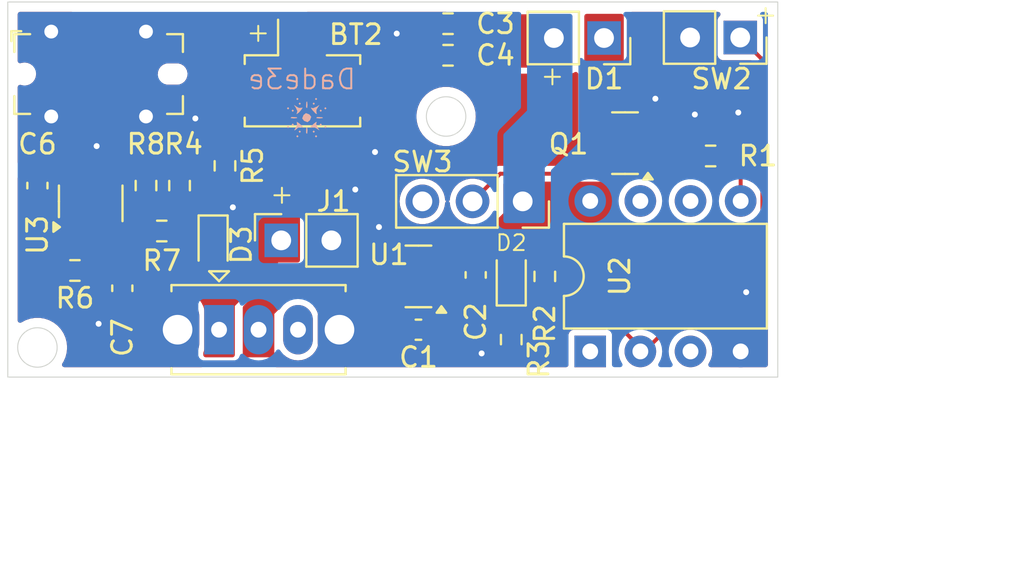
<source format=kicad_pcb>
(kicad_pcb (version 20221018) (generator pcbnew)
  (layers (0 "F.Cu" signal) (31 "B.Cu" signal) (34 "B.Paste" user) (35 "F.Paste" user) (36 "B.SilkS" user "B.Silkscreen") (37 "F.SilkS" user "F.Silkscreen") (38 "B.Mask" user) (39 "F.Mask" user) (44 "Edge.Cuts" user))
  (net 0 "")
  (net 1 "Net-(BT2-+)")
  (net 2 "GND")
  (net 3 "Net-(U1-VI)")
  (net 4 "VCC")
  (net 5 "Net-(U3-VIN)")
  (net 6 "Net-(D1-K)")
  (net 7 "Net-(D3-K)")
  (net 8 "Net-(Q1-B)")
  (net 9 "laser")
  (net 10 "trigger")
  (net 11 "Net-(U3-TS)")
  (net 12 "Net-(U3-CHG)")
  (net 13 "Net-(U3-ISET)")
  (net 18 "Net-(J3-CC1)")
  (net 19 "Net-(J3-CC2)")
  (net 20 "Net-(D2-K)")
  (footprint "Connector_Hirose:Hirose_DF13C_CL535-0402-2-51_1x02-1MP_P1.25mm_Vertical" (layer "F.Cu") (at 84.925 53.25)
    (fp_text reference "BT2" (at 2.7 -1.6) (layer "F.SilkS"))
    (fp_text value "Battery_Cell" hide)
    (fp_line (start -2.925 -0.55) (end -2.925 -0.11) (stroke (width 0.12)) (layer "F.SilkS"))
    (fp_line (start -2.925 2.61) (end -2.925 3.05) (stroke (width 0.12)) (layer "F.SilkS"))
    (fp_line (start -2.925 3.05) (end 2.925 3.05) (stroke (width 0.12)) (layer "F.SilkS"))
    (fp_line (start -1.235 -0.55) (end -2.925 -0.55) (stroke (width 0.12)) (layer "F.SilkS"))
    (fp_line (start -1.235 -0.55) (end -1.235 -2.35) (stroke (width 0.12)) (layer "F.SilkS"))
    (fp_line (start 1.235 -0.55) (end 2.925 -0.55) (stroke (width 0.12)) (layer "F.SilkS"))
    (fp_line (start 2.925 -0.55) (end 2.925 -0.11) (stroke (width 0.12)) (layer "F.SilkS"))
    (fp_line (start 2.925 3.05) (end 2.925 2.61) (stroke (width 0.12)) (layer "F.SilkS"))
    (pad "1" smd rect (at -0.625 -1.45) (size 0.7 1.8) (layers "F.Cu" "F.Paste" "F.Mask") (net 1 "Net-(BT2-+)"))
    (pad "2" smd rect (at 0.625 -1.45) (size 0.7 1.8) (layers "F.Cu" "F.Paste" "F.Mask") (net 2 "GND"))
    (pad "MP" smd rect (at -2.875 1.25) (size 1.6 2.2) (layers "F.Cu" "F.Paste" "F.Mask"))
    (pad "MP" smd rect (at 2.875 1.25) (size 1.6 2.2) (layers "F.Cu" "F.Paste" "F.Mask"))
  )
  (footprint "LED_SMD:LED_0603_1608Metric" (layer "F.Cu") (at 95.5 63.8875 90)
    (fp_text reference "D2" (at 1.6875 0) (layer "F.SilkS") (effects (font (size 0.8 0.8) (thickness 0.1))))
    (fp_text value "LED" hide)
    (fp_line (start -1.485 -0.735) (end -1.485 0.735) (stroke (width 0.12)) (layer "F.SilkS"))
    (fp_line (start -1.485 0.735) (end 0.8 0.735) (stroke (width 0.12)) (layer "F.SilkS"))
    (fp_line (start 0.8 -0.735) (end -1.485 -0.735) (stroke (width 0.12)) (layer "F.SilkS"))
    (pad "1" smd roundrect (at -0.7875 0 90) (size 0.875 0.95) (layers "F.Cu" "F.Paste" "F.Mask") (net 20 "Net-(D2-K)"))
    (pad "2" smd roundrect (at 0.7875 0 90) (size 0.875 0.95) (layers "F.Cu" "F.Paste" "F.Mask") (net 4 "VCC"))
  )
  (footprint "Connector_PinSocket_2.54mm:PinSocket_1x03_P2.54mm_Vertical" (layer "F.Cu") (at 96.08 60.1 -90)
    (fp_text reference "SW3" (at -2 5.08) (layer "F.SilkS"))
    (fp_text value "SW_DIP_x01" hide)
    (fp_line (start -1.33 1.27) (end -1.33 6.41) (stroke (width 0.12)) (layer "F.SilkS"))
    (fp_line (start -1.33 1.27) (end 1.33 1.27) (stroke (width 0.12)) (layer "F.SilkS"))
    (fp_line (start -1.33 6.41) (end 1.33 6.41) (stroke (width 0.12)) (layer "F.SilkS"))
    (fp_line (start 0 -1.33) (end 1.33 -1.33) (stroke (width 0.12)) (layer "F.SilkS"))
    (fp_line (start 1.33 -1.33) (end 1.33 0) (stroke (width 0.12)) (layer "F.SilkS"))
    (fp_line (start 1.33 1.27) (end 1.33 6.41) (stroke (width 0.12)) (layer "F.SilkS"))
    (pad "1" thru_hole rect (at 0 0 270) (size 1.7 1.7) (drill 1) (layers "*.Cu" "*.Mask") (net 4 "VCC"))
    (pad "2" thru_hole oval (at 0 2.54 270) (size 1.7 1.7) (drill 1) (layers "*.Cu" "*.Mask") (net 9 "laser"))
    (pad "3" thru_hole oval (at 0 5.08 270) (size 1.7 1.7) (drill 1) (layers "*.Cu" "*.Mask"))
  )
  (footprint "Resistor_SMD:R_0603_1608Metric" (layer "F.Cu") (at 92.3 51.1 180)
    (fp_text reference "C3" (at -2.4 0) (layer "F.SilkS"))
    (fp_text value "10uF" hide)
    (fp_line (start -0.237258 -0.5225) (end 0.237258 -0.5225) (stroke (width 0.12)) (layer "F.SilkS"))
    (fp_line (start -0.237258 0.5225) (end 0.237258 0.5225) (stroke (width 0.12)) (layer "F.SilkS"))
    (pad "1" smd roundrect (at -0.825 0 180) (size 0.8 0.95) (layers "F.Cu" "F.Paste" "F.Mask") (net 4 "VCC"))
    (pad "2" smd roundrect (at 0.825 0 180) (size 0.8 0.95) (layers "F.Cu" "F.Paste" "F.Mask") (net 2 "GND"))
  )
  (footprint "Package_TO_SOT_SMD:SOT-23-6_Handsoldering" (layer "F.Cu") (at 74.2 60.2 90)
    (fp_text reference "U3" (at -1.6 -2.7 90) (layer "F.SilkS"))
    (fp_text value "BQ21040" hide)
    (fp_line (start -0.9 1.61) (end 0.9 1.61) (stroke (width 0.12)) (layer "F.SilkS"))
    (fp_line (start 0.1 -1.61) (end -0.7 -1.61) (stroke (width 0.12)) (layer "F.SilkS"))
    (fp_line (start 0.1 -1.61) (end 0.9 -1.61) (stroke (width 0.12)) (layer "F.SilkS"))
    (fp_poly (pts (xy -1.2 -1.56) (xy -1.44 -1.89) (xy -0.96 -1.89) (xy -1.2 -1.56)) (stroke (width 0.12)) (fill solid) (layer "F.SilkS"))
    (pad "1" smd roundrect (at -1.35 -0.95 90) (size 1.56 0.65) (layers "F.Cu" "F.Paste" "F.Mask") (net 11 "Net-(U3-TS)"))
    (pad "2" smd roundrect (at -1.35 0 90) (size 1.56 0.65) (layers "F.Cu" "F.Paste" "F.Mask") (net 1 "Net-(BT2-+)"))
    (pad "3" smd roundrect (at -1.35 0.95 90) (size 1.56 0.65) (layers "F.Cu" "F.Paste" "F.Mask") (net 12 "Net-(U3-CHG)"))
    (pad "4" smd roundrect (at 1.35 0.95 90) (size 1.56 0.65) (layers "F.Cu" "F.Paste" "F.Mask") (net 13 "Net-(U3-ISET)"))
    (pad "5" smd roundrect (at 1.35 0 90) (size 1.56 0.65) (layers "F.Cu" "F.Paste" "F.Mask") (net 2 "GND"))
    (pad "6" smd roundrect (at 1.35 -0.95 90) (size 1.56 0.65) (layers "F.Cu" "F.Paste" "F.Mask") (net 5 "Net-(U3-VIN)"))
  )
  (footprint "Capacitor_SMD:C_0603_1608Metric" (layer "F.Cu") (at 75.8 64.5 -90)
    (fp_text reference "C7" (at 2.5 0 90) (layer "F.SilkS"))
    (fp_text value "1uF" hide)
    (fp_line (start -0.14058 -0.51) (end 0.14058 -0.51) (stroke (width 0.12)) (layer "F.SilkS"))
    (fp_line (start -0.14058 0.51) (end 0.14058 0.51) (stroke (width 0.12)) (layer "F.SilkS"))
    (pad "1" smd roundrect (at -0.775 0 270) (size 0.9 0.95) (layers "F.Cu" "F.Paste" "F.Mask") (net 1 "Net-(BT2-+)"))
    (pad "2" smd roundrect (at 0.775 0 270) (size 0.9 0.95) (layers "F.Cu" "F.Paste" "F.Mask") (net 2 "GND"))
  )
  (footprint "Capacitor_SMD:C_0603_1608Metric" (layer "F.Cu") (at 93.7 63.825 -90)
    (fp_text reference "C2" (at 2.375 0 90) (layer "F.SilkS"))
    (fp_text value "1uF" hide)
    (fp_line (start -0.14058 -0.51) (end 0.14058 -0.51) (stroke (width 0.12)) (layer "F.SilkS"))
    (fp_line (start -0.14058 0.51) (end 0.14058 0.51) (stroke (width 0.12)) (layer "F.SilkS"))
    (pad "1" smd roundrect (at -0.775 0 270) (size 0.9 0.95) (layers "F.Cu" "F.Paste" "F.Mask") (net 4 "VCC"))
    (pad "2" smd roundrect (at 0.775 0 270) (size 0.9 0.95) (layers "F.Cu" "F.Paste" "F.Mask") (net 2 "GND"))
  )
  (footprint "Resistor_SMD:R_0603_1608Metric" (layer "F.Cu") (at 92.3 52.7 180)
    (fp_text reference "C4" (at -2.4 0) (layer "F.SilkS"))
    (fp_text value "0.1uF" hide)
    (fp_line (start -0.237258 -0.5225) (end 0.237258 -0.5225) (stroke (width 0.12)) (layer "F.SilkS"))
    (fp_line (start -0.237258 0.5225) (end 0.237258 0.5225) (stroke (width 0.12)) (layer "F.SilkS"))
    (pad "1" smd roundrect (at -0.825 0 180) (size 0.8 0.95) (layers "F.Cu" "F.Paste" "F.Mask") (net 4 "VCC"))
    (pad "2" smd roundrect (at 0.825 0 180) (size 0.8 0.95) (layers "F.Cu" "F.Paste" "F.Mask") (net 2 "GND"))
  )
  (footprint "Button_Switch_THT:SW_Slide_SPDT_Straight_CK_OS102011MS2Q" (layer "F.Cu") (at 80.7 66.6)
    (fp_text reference "SW1" hide)
    (fp_text value "SW_DIP_x01" hide)
    (fp_line (start -2.41 -2.26) (end 6.41 -2.26) (stroke (width 0.12)) (layer "F.SilkS"))
    (fp_line (start -2.41 -1.95) (end -2.41 -2.26) (stroke (width 0.12)) (layer "F.SilkS"))
    (fp_line (start -2.41 2.26) (end -2.41 1.95) (stroke (width 0.12)) (layer "F.SilkS"))
    (fp_line (start -0.5 -2.96) (end 0 -2.46) (stroke (width 0.12)) (layer "F.SilkS"))
    (fp_line (start 0 -2.46) (end 0.5 -2.96) (stroke (width 0.12)) (layer "F.SilkS"))
    (fp_line (start 0.5 -2.96) (end -0.5 -2.96) (stroke (width 0.12)) (layer "F.SilkS"))
    (fp_line (start 6.41 -2.26) (end 6.41 -1.95) (stroke (width 0.12)) (layer "F.SilkS"))
    (fp_line (start 6.41 2.26) (end -2.41 2.26) (stroke (width 0.12)) (layer "F.SilkS"))
    (fp_line (start 6.41 2.26) (end 6.41 1.95) (stroke (width 0.12)) (layer "F.SilkS"))
    (pad "" thru_hole oval (at -2.1 0) (size 2.2 3.5) (drill 1.5) (layers "*.Cu" "*.Mask") (net 2 "GND"))
    (pad "" thru_hole oval (at 6.1 0) (size 2.2 3.5) (drill 1.5) (layers "*.Cu" "*.Mask") (net 2 "GND"))
    (pad "1" thru_hole rect (at 0 0) (size 1.5 2.5) (drill 0.8) (layers "*.Cu" "*.Mask") (net 1 "Net-(BT2-+)"))
    (pad "2" thru_hole oval (at 2 0) (size 1.5 2.5) (drill 0.8) (layers "*.Cu" "*.Mask") (net 3 "Net-(U1-VI)"))
    (pad "3" thru_hole oval (at 4 0) (size 1.5 2.5) (drill 0.8) (layers "*.Cu" "*.Mask"))
  )
  (footprint "LED_SMD:LED_0603_1608Metric" (layer "F.Cu") (at 80.4 62.3 -90)
    (fp_text reference "D3" (at 0 -1.43 90) (layer "F.SilkS"))
    (fp_text value "LED" hide)
    (fp_line (start -1.485 -0.735) (end -1.485 0.735) (stroke (width 0.12)) (layer "F.SilkS"))
    (fp_line (start -1.485 0.735) (end 0.8 0.735) (stroke (width 0.12)) (layer "F.SilkS"))
    (fp_line (start 0.8 -0.735) (end -1.485 -0.735) (stroke (width 0.12)) (layer "F.SilkS"))
    (pad "1" smd roundrect (at -0.7875 0 270) (size 0.875 0.95) (layers "F.Cu" "F.Paste" "F.Mask") (net 7 "Net-(D3-K)"))
    (pad "2" smd roundrect (at 0.7875 0 270) (size 0.875 0.95) (layers "F.Cu" "F.Paste" "F.Mask") (net 1 "Net-(BT2-+)"))
  )
  (footprint "Resistor_SMD:R_0603_1608Metric" (layer "F.Cu") (at 73.4 63.6)
    (fp_text reference "R6" (at 0 1.4) (layer "F.SilkS"))
    (fp_text value "10k" hide)
    (fp_line (start -0.237258 -0.5225) (end 0.237258 -0.5225) (stroke (width 0.12)) (layer "F.SilkS"))
    (fp_line (start -0.237258 0.5225) (end 0.237258 0.5225) (stroke (width 0.12)) (layer "F.SilkS"))
    (pad "1" smd roundrect (at -0.825 0) (size 0.8 0.95) (layers "F.Cu" "F.Paste" "F.Mask") (net 11 "Net-(U3-TS)"))
    (pad "2" smd roundrect (at 0.825 0) (size 0.8 0.95) (layers "F.Cu" "F.Paste" "F.Mask") (net 1 "Net-(BT2-+)"))
  )
  (footprint "Connector_PinSocket_2.54mm:PinSocket_1x02_P2.54mm_Vertical" (layer "F.Cu") (at 107.1 51.8 -90)
    (fp_text reference "SW2" (at 2.1 0.95) (layer "F.SilkS"))
    (fp_text value "SW_DIP_x01" hide)
    (fp_line (start -1.33 1.27) (end -1.33 3.87) (stroke (width 0.12)) (layer "F.SilkS"))
    (fp_line (start -1.33 1.27) (end 1.33 1.27) (stroke (width 0.12)) (layer "F.SilkS"))
    (fp_line (start -1.33 3.87) (end 1.33 3.87) (stroke (width 0.12)) (layer "F.SilkS"))
    (fp_line (start 0 -1.33) (end 1.33 -1.33) (stroke (width 0.12)) (layer "F.SilkS"))
    (fp_line (start 1.33 -1.33) (end 1.33 0) (stroke (width 0.12)) (layer "F.SilkS"))
    (fp_line (start 1.33 1.27) (end 1.33 3.87) (stroke (width 0.12)) (layer "F.SilkS"))
    (pad "1" thru_hole rect (at 0 0 270) (size 1.7 1.7) (drill 1) (layers "*.Cu" "*.Mask") (net 10 "trigger"))
    (pad "2" thru_hole oval (at 0 2.54 270) (size 1.7 1.7) (drill 1) (layers "*.Cu" "*.Mask") (net 2 "GND"))
  )
  (footprint "Package_TO_SOT_SMD:SOT-23" (layer "F.Cu") (at 90.8 63.9 180)
    (fp_text reference "U1" (at 1.5 1.1) (layer "F.SilkS"))
    (fp_text value "MCP1700x-300xxTT" hide)
    (fp_line (start 0 -1.56) (end -0.65 -1.56) (stroke (width 0.12)) (layer "F.SilkS"))
    (fp_line (start 0 -1.56) (end 0.65 -1.56) (stroke (width 0.12)) (layer "F.SilkS"))
    (fp_line (start 0 1.56) (end -0.65 1.56) (stroke (width 0.12)) (layer "F.SilkS"))
    (fp_line (start 0 1.56) (end 0.65 1.56) (stroke (width 0.12)) (layer "F.SilkS"))
    (fp_poly (pts (xy -1.1625 -1.51) (xy -1.4025 -1.84) (xy -0.9225 -1.84) (xy -1.1625 -1.51)) (stroke (width 0.12)) (fill solid) (layer "F.SilkS"))
    (pad "1" smd roundrect (at -0.9375 -0.95 180) (size 1.475 0.6) (layers "F.Cu" "F.Paste" "F.Mask") (net 2 "GND"))
    (pad "2" smd roundrect (at -0.9375 0.95 180) (size 1.475 0.6) (layers "F.Cu" "F.Paste" "F.Mask") (net 4 "VCC"))
    (pad "3" smd roundrect (at 0.9375 0 180) (size 1.475 0.6) (layers "F.Cu" "F.Paste" "F.Mask") (net 3 "Net-(U1-VI)"))
  )
  (footprint "Resistor_SMD:R_0603_1608Metric" (layer "F.Cu") (at 77 59.3 90)
    (fp_text reference "R8" (at 2.1 0) (layer "F.SilkS"))
    (fp_text value "1k" hide)
    (fp_line (start -0.237258 -0.5225) (end 0.237258 -0.5225) (stroke (width 0.12)) (layer "F.SilkS"))
    (fp_line (start -0.237258 0.5225) (end 0.237258 0.5225) (stroke (width 0.12)) (layer "F.SilkS"))
    (pad "1" smd roundrect (at -0.825 0 90) (size 0.8 0.95) (layers "F.Cu" "F.Paste" "F.Mask") (net 2 "GND"))
    (pad "2" smd roundrect (at 0.825 0 90) (size 0.8 0.95) (layers "F.Cu" "F.Paste" "F.Mask") (net 13 "Net-(U3-ISET)"))
  )
  (footprint "Resistor_SMD:R_0603_1608Metric" (layer "F.Cu") (at 78.7 59.3 -90)
    (fp_text reference "R4" (at -2.1 -0.2) (layer "F.SilkS"))
    (fp_text value "5K1" hide)
    (fp_line (start -0.237258 -0.5225) (end 0.237258 -0.5225) (stroke (width 0.12)) (layer "F.SilkS"))
    (fp_line (start -0.237258 0.5225) (end 0.237258 0.5225) (stroke (width 0.12)) (layer "F.SilkS"))
    (pad "1" smd roundrect (at -0.825 0 270) (size 0.8 0.95) (layers "F.Cu" "F.Paste" "F.Mask") (net 19 "Net-(J3-CC2)"))
    (pad "2" smd roundrect (at 0.825 0 270) (size 0.8 0.95) (layers "F.Cu" "F.Paste" "F.Mask") (net 2 "GND"))
  )
  (footprint "Package_TO_SOT_SMD:SOT-23" (layer "F.Cu") (at 101.2625 57.15 180)
    (fp_text reference "Q1" (at 2.8625 -0.05) (layer "F.SilkS"))
    (fp_text value "MMBT3904" hide)
    (fp_line (start 0 -1.56) (end -0.65 -1.56) (stroke (width 0.12)) (layer "F.SilkS"))
    (fp_line (start 0 -1.56) (end 0.65 -1.56) (stroke (width 0.12)) (layer "F.SilkS"))
    (fp_line (start 0 1.56) (end -0.65 1.56) (stroke (width 0.12)) (layer "F.SilkS"))
    (fp_line (start 0 1.56) (end 0.65 1.56) (stroke (width 0.12)) (layer "F.SilkS"))
    (fp_poly (pts (xy -1.1625 -1.51) (xy -1.4025 -1.84) (xy -0.9225 -1.84) (xy -1.1625 -1.51)) (stroke (width 0.12)) (fill solid) (layer "F.SilkS"))
    (pad "1" smd roundrect (at -0.9375 -0.95 180) (size 1.475 0.6) (layers "F.Cu" "F.Paste" "F.Mask") (net 8 "Net-(Q1-B)"))
    (pad "2" smd roundrect (at -0.9375 0.95 180) (size 1.475 0.6) (layers "F.Cu" "F.Paste" "F.Mask") (net 2 "GND"))
    (pad "3" smd roundrect (at 0.9375 0 180) (size 1.475 0.6) (layers "F.Cu" "F.Paste" "F.Mask") (net 6 "Net-(D1-K)"))
  )
  (footprint "Resistor_SMD:R_0603_1608Metric" (layer "F.Cu") (at 105.6 57.8 180)
    (fp_text reference "R1" (at -2.4 0) (layer "F.SilkS"))
    (fp_text value "330R" hide)
    (fp_line (start -0.237258 -0.5225) (end 0.237258 -0.5225) (stroke (width 0.12)) (layer "F.SilkS"))
    (fp_line (start -0.237258 0.5225) (end 0.237258 0.5225) (stroke (width 0.12)) (layer "F.SilkS"))
    (pad "1" smd roundrect (at -0.825 0 180) (size 0.8 0.95) (layers "F.Cu" "F.Paste" "F.Mask") (net 9 "laser"))
    (pad "2" smd roundrect (at 0.825 0 180) (size 0.8 0.95) (layers "F.Cu" "F.Paste" "F.Mask") (net 8 "Net-(Q1-B)"))
  )
  (footprint "Resistor_SMD:R_0603_1608Metric" (layer "F.Cu") (at 81 58.3 -90)
    (fp_text reference "R5" (at 0 -1.4 90) (layer "F.SilkS"))
    (fp_text value "5K1" hide)
    (fp_line (start -0.237258 -0.5225) (end 0.237258 -0.5225) (stroke (width 0.12)) (layer "F.SilkS"))
    (fp_line (start -0.237258 0.5225) (end 0.237258 0.5225) (stroke (width 0.12)) (layer "F.SilkS"))
    (pad "1" smd roundrect (at -0.825 0 270) (size 0.8 0.95) (layers "F.Cu" "F.Paste" "F.Mask") (net 18 "Net-(J3-CC1)"))
    (pad "2" smd roundrect (at 0.825 0 270) (size 0.8 0.95) (layers "F.Cu" "F.Paste" "F.Mask") (net 2 "GND"))
  )
  (footprint "Resistor_SMD:R_0603_1608Metric" (layer "F.Cu") (at 97.2 63.9 -90)
    (fp_text reference "R2" (at 2.4 0 90) (layer "F.SilkS"))
    (fp_text value "10K" hide)
    (fp_line (start -0.237258 -0.5225) (end 0.237258 -0.5225) (stroke (width 0.12)) (layer "F.SilkS"))
    (fp_line (start -0.237258 0.5225) (end 0.237258 0.5225) (stroke (width 0.12)) (layer "F.SilkS"))
    (pad "1" smd roundrect (at -0.825 0 270) (size 0.8 0.95) (layers "F.Cu" "F.Paste" "F.Mask") (net 4 "VCC"))
    (pad "2" smd roundrect (at 0.825 0 270) (size 0.8 0.95) (layers "F.Cu" "F.Paste" "F.Mask") (net 10 "trigger"))
  )
  (footprint "Resistor_SMD:R_0603_1608Metric" (layer "F.Cu") (at 77.8 61.6)
    (fp_text reference "R7" (at 0 1.5) (layer "F.SilkS"))
    (fp_text value "1k5" hide)
    (fp_line (start -0.237258 -0.5225) (end 0.237258 -0.5225) (stroke (width 0.12)) (layer "F.SilkS"))
    (fp_line (start -0.237258 0.5225) (end 0.237258 0.5225) (stroke (width 0.12)) (layer "F.SilkS"))
    (pad "1" smd roundrect (at -0.825 0) (size 0.8 0.95) (layers "F.Cu" "F.Paste" "F.Mask") (net 12 "Net-(U3-CHG)"))
    (pad "2" smd roundrect (at 0.825 0) (size 0.8 0.95) (layers "F.Cu" "F.Paste" "F.Mask") (net 7 "Net-(D3-K)"))
  )
  (footprint "Capacitor_SMD:C_0603_1608Metric" (layer "F.Cu") (at 90.8 66.6)
    (fp_text reference "C1" (at 0 1.4) (layer "F.SilkS"))
    (fp_text value "1uF" hide)
    (fp_line (start -0.14058 -0.51) (end 0.14058 -0.51) (stroke (width 0.12)) (layer "F.SilkS"))
    (fp_line (start -0.14058 0.51) (end 0.14058 0.51) (stroke (width 0.12)) (layer "F.SilkS"))
    (pad "1" smd roundrect (at -0.775 0) (size 0.9 0.95) (layers "F.Cu" "F.Paste" "F.Mask") (net 3 "Net-(U1-VI)"))
    (pad "2" smd roundrect (at 0.775 0) (size 0.9 0.95) (layers "F.Cu" "F.Paste" "F.Mask") (net 2 "GND"))
  )
  (footprint "Connector_PinSocket_2.54mm:PinSocket_1x02_P2.54mm_Vertical" (layer "F.Cu") (at 100.2 51.825 -90)
    (fp_text reference "D1" (at 2.075 0) (layer "F.SilkS"))
    (fp_text value "LED" hide)
    (fp_line (start -1.33 1.27) (end -1.33 3.87) (stroke (width 0.12)) (layer "F.SilkS"))
    (fp_line (start -1.33 1.27) (end 1.33 1.27) (stroke (width 0.12)) (layer "F.SilkS"))
    (fp_line (start -1.33 3.87) (end 1.33 3.87) (stroke (width 0.12)) (layer "F.SilkS"))
    (fp_line (start 0 -1.33) (end 1.33 -1.33) (stroke (width 0.12)) (layer "F.SilkS"))
    (fp_line (start 1.33 -1.33) (end 1.33 0) (stroke (width 0.12)) (layer "F.SilkS"))
    (fp_line (start 1.33 1.27) (end 1.33 3.87) (stroke (width 0.12)) (layer "F.SilkS"))
    (pad "1" thru_hole rect (at 0 0 270) (size 1.7 1.7) (drill 1) (layers "*.Cu" "*.Mask") (net 6 "Net-(D1-K)"))
    (pad "2" thru_hole oval (at 0 2.54 270) (size 1.7 1.7) (drill 1) (layers "*.Cu" "*.Mask") (net 4 "VCC"))
  )
  (footprint "Package_DIP:DIP-8_W7.62mm" (layer "F.Cu") (at 99.5 67.7 90)
    (fp_text reference "U2" (at 3.81 1.5 90) (layer "F.SilkS"))
    (fp_text value "ATtiny85V-10P" hide)
    (fp_line (start 1.16 -1.33) (end 1.16 8.95) (stroke (width 0.12)) (layer "F.SilkS"))
    (fp_line (start 1.16 8.95) (end 6.46 8.95) (stroke (width 0.12)) (layer "F.SilkS"))
    (fp_line (start 2.81 -1.33) (end 1.16 -1.33) (stroke (width 0.12)) (layer "F.SilkS"))
    (fp_line (start 6.46 -1.33) (end 4.81 -1.33) (stroke (width 0.12)) (layer "F.SilkS"))
    (fp_line (start 6.46 8.95) (end 6.46 -1.33) (stroke (width 0.12)) (layer "F.SilkS"))
    (fp_arc (start 4.81 -1.33) (mid 3.81 -0.33) (end 2.81 -1.33) (stroke (width 0.12)) (layer "F.SilkS"))
    (pad "1" thru_hole rect (at 0 0 90) (size 1.6 1.6) (drill 0.8) (layers "*.Cu" "*.Mask"))
    (pad "2" thru_hole oval (at 0 2.54 90) (size 1.6 1.6) (drill 0.8) (layers "*.Cu" "*.Mask") (net 10 "trigger"))
    (pad "3" thru_hole oval (at 0 5.08 90) (size 1.6 1.6) (drill 0.8) (layers "*.Cu" "*.Mask"))
    (pad "4" thru_hole oval (at 0 7.62 90) (size 1.6 1.6) (drill 0.8) (layers "*.Cu" "*.Mask") (net 2 "GND"))
    (pad "5" thru_hole oval (at 7.62 7.62 90) (size 1.6 1.6) (drill 0.8) (layers "*.Cu" "*.Mask") (net 9 "laser"))
    (pad "6" thru_hole oval (at 7.62 5.08 90) (size 1.6 1.6) (drill 0.8) (layers "*.Cu" "*.Mask"))
    (pad "7" thru_hole oval (at 7.62 2.54 90) (size 1.6 1.6) (drill 0.8) (layers "*.Cu" "*.Mask"))
    (pad "8" thru_hole oval (at 7.62 0 90) (size 1.6 1.6) (drill 0.8) (layers "*.Cu" "*.Mask") (net 4 "VCC"))
  )
  (footprint "Connector_PinSocket_2.54mm:PinSocket_1x02_P2.54mm_Vertical" (layer "F.Cu") (at 83.85 62.075 90)
    (fp_text reference "J1" (at 1.975 2.65) (layer "F.SilkS"))
    (fp_text value "Screw_Terminal_01x02" hide)
    (fp_line (start -1.33 1.27) (end -1.33 3.87) (stroke (width 0.12)) (layer "F.SilkS"))
    (fp_line (start -1.33 1.27) (end 1.33 1.27) (stroke (width 0.12)) (layer "F.SilkS"))
    (fp_line (start -1.33 3.87) (end 1.33 3.87) (stroke (width 0.12)) (layer "F.SilkS"))
    (fp_line (start 0 -1.33) (end 1.33 -1.33) (stroke (width 0.12)) (layer "F.SilkS"))
    (fp_line (start 1.33 -1.33) (end 1.33 0) (stroke (width 0.12)) (layer "F.SilkS"))
    (fp_line (start 1.33 1.27) (end 1.33 3.87) (stroke (width 0.12)) (layer "F.SilkS"))
    (pad "1" thru_hole rect (at 0 0 90) (size 1.7 1.7) (drill 1) (layers "*.Cu" "*.Mask") (net 1 "Net-(BT2-+)"))
    (pad "2" thru_hole oval (at 0 2.54 90) (size 1.7 1.7) (drill 1) (layers "*.Cu" "*.Mask") (net 2 "GND"))
  )
  (footprint "Capacitor_SMD:C_0603_1608Metric" (layer "F.Cu") (at 71.5 59.3 -90)
    (fp_text reference "C6" (at -2.1 0) (layer "F.SilkS"))
    (fp_text value "1uF" hide)
    (fp_line (start -0.14058 -0.51) (end 0.14058 -0.51) (stroke (width 0.12)) (layer "F.SilkS"))
    (fp_line (start -0.14058 0.51) (end 0.14058 0.51) (stroke (width 0.12)) (layer "F.SilkS"))
    (pad "1" smd roundrect (at -0.775 0 270) (size 0.9 0.95) (layers "F.Cu" "F.Paste" "F.Mask") (net 5 "Net-(U3-VIN)"))
    (pad "2" smd roundrect (at 0.775 0 270) (size 0.9 0.95) (layers "F.Cu" "F.Paste" "F.Mask") (net 2 "GND"))
  )
  (footprint "Connector_USB:USB_C_Receptacle_GCT_USB4115-03-C" (layer "F.Cu") (at 74.6 53.65)
    (fp_text reference "J3" hide)
    (fp_text value "USB_C_Receptacle_PowerOnly_6P" hide)
    (fp_line (start -4.42 -2.17) (end -4.42 -1.67) (stroke (width 0.12)) (layer "F.SilkS"))
    (fp_line (start -4.42 -2.17) (end -3.92 -2.17) (stroke (width 0.12)) (layer "F.SilkS"))
    (fp_line (start -4.27 -2.02) (end -4.27 -1.12) (stroke (width 0.12)) (layer "F.SilkS"))
    (fp_line (start -4.27 -2.02) (end -3.47 -2.02) (stroke (width 0.12)) (layer "F.SilkS"))
    (fp_line (start -4.27 2.02) (end -4.27 1.12) (stroke (width 0.12)) (layer "F.SilkS"))
    (fp_line (start -4.27 2.02) (end -3.47 2.02) (stroke (width 0.12)) (layer "F.SilkS"))
    (fp_line (start 4.27 -2.02) (end 3.47 -2.02) (stroke (width 0.12)) (layer "F.SilkS"))
    (fp_line (start 4.27 -2.02) (end 4.27 -1.12) (stroke (width 0.12)) (layer "F.SilkS"))
    (fp_line (start 4.27 2.02) (end 3.47 2.02) (stroke (width 0.12)) (layer "F.SilkS"))
    (fp_line (start 4.27 2.02) (end 4.27 1.12) (stroke (width 0.12)) (layer "F.SilkS"))
    (pad "" np_thru_hole circle (at -3.75 0) (size 0.66 0.66) (drill 0.66) (layers "F&B.Cu" "*.Mask"))
    (pad "" np_thru_hole oval (at 3.75 0) (size 1 0.58) (drill oval 1 0.58) (layers "F&B.Cu" "*.Mask"))
    (pad "A1" smd rect (at -2.75 -0.835) (size 0.3 0.85) (layers "F.Cu" "F.Paste" "F.Mask"))
    (pad "A2" smd rect (at -2.25 -0.835) (size 0.3 0.85) (layers "F.Cu" "F.Paste" "F.Mask"))
    (pad "A3" smd rect (at -1.75 -0.835) (size 0.3 0.85) (layers "F.Cu" "F.Paste" "F.Mask"))
    (pad "A4" smd rect (at -1.25 -0.835) (size 0.3 0.85) (layers "F.Cu" "F.Paste" "F.Mask"))
    (pad "A5" smd rect (at -0.75 -0.835) (size 0.3 0.85) (layers "F.Cu" "F.Paste" "F.Mask") (net 18 "Net-(J3-CC1)"))
    (pad "A6" smd rect (at -0.25 -0.835) (size 0.3 0.85) (layers "F.Cu" "F.Paste" "F.Mask"))
    (pad "A7" smd rect (at 0.25 -0.835) (size 0.3 0.85) (layers "F.Cu" "F.Paste" "F.Mask"))
    (pad "A8" smd rect (at 0.75 -0.835) (size 0.3 0.85) (layers "F.Cu" "F.Paste" "F.Mask"))
    (pad "A9" smd rect (at 1.25 -0.835) (size 0.3 0.85) (layers "F.Cu" "F.Paste" "F.Mask") (net 5 "Net-(U3-VIN)"))
    (pad "A10" smd rect (at 1.75 -0.835) (size 0.3 0.85) (layers "F.Cu" "F.Paste" "F.Mask"))
    (pad "A11" smd rect (at 2.25 -0.835) (size 0.3 0.85) (layers "F.Cu" "F.Paste" "F.Mask"))
    (pad "A12" smd rect (at 2.75 -0.835) (size 0.3 0.85) (layers "F.Cu" "F.Paste" "F.Mask") (net 2 "GND"))
    (pad "B1" smd rect (at 2.75 0.835) (size 0.3 0.85) (layers "F.Cu" "F.Paste" "F.Mask"))
    (pad "B2" smd rect (at 2.25 0.835) (size 0.3 0.85) (layers "F.Cu" "F.Paste" "F.Mask"))
    (pad "B3" smd rect (at 1.75 0.835) (size 0.3 0.85) (layers "F.Cu" "F.Paste" "F.Mask"))
    (pad "B4" smd rect (at 1.25 0.835) (size 0.3 0.85) (layers "F.Cu" "F.Paste" "F.Mask"))
    (pad "B5" smd rect (at 0.75 0.835) (size 0.3 0.85) (layers "F.Cu" "F.Paste" "F.Mask") (net 19 "Net-(J3-CC2)"))
    (pad "B6" smd rect (at 0.25 0.835) (size 0.3 0.85) (layers "F.Cu" "F.Paste" "F.Mask"))
    (pad "B7" smd rect (at -0.25 0.835) (size 0.3 0.85) (layers "F.Cu" "F.Paste" "F.Mask"))
    (pad "B8" smd rect (at -0.75 0.835) (size 0.3 0.85) (layers "F.Cu" "F.Paste" "F.Mask"))
    (pad "B9" smd rect (at -1.25 0.835) (size 0.3 0.85) (layers "F.Cu" "F.Paste" "F.Mask") (net 5 "Net-(U3-VIN)"))
    (pad "B10" smd rect (at -1.75 0.835) (size 0.3 0.85) (layers "F.Cu" "F.Paste" "F.Mask"))
    (pad "B11" smd rect (at -2.25 0.835) (size 0.3 0.85) (layers "F.Cu" "F.Paste" "F.Mask"))
    (pad "B12" smd rect (at -2.75 0.835) (size 0.3 0.85) (layers "F.Cu" "F.Paste" "F.Mask") (net 2 "GND"))
    (pad "S1" thru_hole circle (at -2.4 -2.15) (size 1.1 1.1) (drill 0.7) (layers "*.Cu" "*.Mask" "F.Paste") (net 2 "GND"))
    (pad "S1" thru_hole circle (at -2.4 2.15) (size 1.1 1.1) (drill 0.7) (layers "*.Cu" "*.Mask" "F.Paste") (net 2 "GND"))
    (pad "S1" thru_hole circle (at 2.4 -2.15) (size 1.1 1.1) (drill 0.7) (layers "*.Cu" "*.Mask" "F.Paste") (net 2 "GND"))
    (pad "S1" thru_hole circle (at 2.4 2.15) (size 1.1 1.1) (drill 0.7) (layers "*.Cu" "*.Mask" "F.Paste") (net 2 "GND"))
    (zone (net 0) (net_name "") (layer "F.Cu") (name "peg") (connect_pads (clearance 0)) (min_thickness 0.254)
      (keepout (tracks allowed) (vias allowed) (pads not_allowed) (copperpour not_allowed) (footprints not_allowed))
      (fill (thermal_gap 0.508) (thermal_bridge_width 0.508))
      (polygon (pts (xy 75.4 51.85) (xy 73.8 51.85) (xy 73.8 51.15) (xy 75.4 51.15)))
    )
    (zone (net 0) (net_name "") (layer "F.Cu") (name "peg") (connect_pads (clearance 0)) (min_thickness 0.254)
      (keepout (tracks allowed) (vias allowed) (pads not_allowed) (copperpour not_allowed) (footprints not_allowed))
      (fill (thermal_gap 0.508) (thermal_bridge_width 0.508))
      (polygon (pts (xy 75.4 56.15) (xy 73.8 56.15) (xy 73.8 55.45) (xy 75.4 55.45)))
    )
  )
  (footprint "Resistor_SMD:R_0603_1608Metric" (layer "F.Cu") (at 95.5 67.1 -90)
    (fp_text reference "R3" (at 1 -1.4 90) (layer "F.SilkS"))
    (fp_text value "220R" hide)
    (fp_line (start -0.237258 -0.5225) (end 0.237258 -0.5225) (stroke (width 0.12)) (layer "F.SilkS"))
    (fp_line (start -0.237258 0.5225) (end 0.237258 0.5225) (stroke (width 0.12)) (layer "F.SilkS"))
    (pad "1" smd roundrect (at -0.825 0 270) (size 0.8 0.95) (layers "F.Cu" "F.Paste" "F.Mask") (net 20 "Net-(D2-K)"))
    (pad "2" smd roundrect (at 0.825 0 270) (size 0.8 0.95) (layers "F.Cu" "F.Paste" "F.Mask") (net 2 "GND"))
  )
  (footprint "laser_rifle:laser" (layer "B.Cu") (at 85.2 55.8 180)
    (fp_text reference "G***" hide)
    (fp_text value "LOGO" hide)
    (fp_poly (pts (xy -0.826977 -0.531628) (xy -0.886047 -0.590697) (xy -0.945116 -0.531628) (xy -0.886047 -0.472558)) (fill solid) (layer "B.SilkS"))
    (fp_poly (pts (xy -0.826977 0.413489) (xy -0.886047 0.354419) (xy -0.945116 0.413489) (xy -0.886047 0.472558)) (fill solid) (layer "B.SilkS"))
    (fp_poly (pts (xy -0.590698 -0.413488) (xy -0.649768 -0.472558) (xy -0.708837 -0.413488) (xy -0.649768 -0.354418)) (fill solid) (layer "B.SilkS"))
    (fp_poly (pts (xy -0.590698 0.295349) (xy -0.649768 0.236279) (xy -0.708837 0.295349) (xy -0.649768 0.354419)) (fill solid) (layer "B.SilkS"))
    (fp_poly (pts (xy -0.354419 -1.004186) (xy -0.413489 -1.063256) (xy -0.472558 -1.004186) (xy -0.413489 -0.945116)) (fill solid) (layer "B.SilkS"))
    (fp_poly (pts (xy -0.354419 0.886047) (xy -0.413489 0.826977) (xy -0.472558 0.886047) (xy -0.413489 0.945116)) (fill solid) (layer "B.SilkS"))
    (fp_poly (pts (xy -0.236279 -0.767907) (xy -0.295349 -0.826977) (xy -0.354419 -0.767907) (xy -0.295349 -0.708837)) (fill solid) (layer "B.SilkS"))
    (fp_poly (pts (xy -0.236279 0.649768) (xy -0.295349 0.590698) (xy -0.354419 0.649768) (xy -0.295349 0.708837)) (fill solid) (layer "B.SilkS"))
    (fp_poly (pts (xy 0.472558 -0.767907) (xy 0.413488 -0.826977) (xy 0.354418 -0.767907) (xy 0.413488 -0.708837)) (fill solid) (layer "B.SilkS"))
    (fp_poly (pts (xy 0.472558 0.649768) (xy 0.413488 0.590698) (xy 0.354418 0.649768) (xy 0.413488 0.708837)) (fill solid) (layer "B.SilkS"))
    (fp_poly (pts (xy 0.590697 -1.004186) (xy 0.531628 -1.063256) (xy 0.472558 -1.004186) (xy 0.531628 -0.945116)) (fill solid) (layer "B.SilkS"))
    (fp_poly (pts (xy 0.590697 0.886047) (xy 0.531628 0.826977) (xy 0.472558 0.886047) (xy 0.531628 0.945116)) (fill solid) (layer "B.SilkS"))
    (fp_poly (pts (xy 0.826977 -0.413488) (xy 0.767907 -0.472558) (xy 0.708837 -0.413488) (xy 0.767907 -0.354418)) (fill solid) (layer "B.SilkS"))
    (fp_poly (pts (xy 0.826977 0.295349) (xy 0.767907 0.236279) (xy 0.708837 0.295349) (xy 0.767907 0.354419)) (fill solid) (layer "B.SilkS"))
    (fp_poly (pts (xy 1.063256 -0.531628) (xy 1.004186 -0.590697) (xy 0.945116 -0.531628) (xy 1.004186 -0.472558)) (fill solid) (layer "B.SilkS"))
    (fp_poly (pts (xy 1.063256 0.413489) (xy 1.004186 0.354419) (xy 0.945116 0.413489) (xy 1.004186 0.472558)) (fill solid) (layer "B.SilkS"))
    (fp_poly (pts (xy -0.443023 -0.039898) (xy -0.428182 -0.083018) (xy -0.590698 -0.099486) (xy -0.758412 -0.08092) (xy -0.738372 -0.039898) (xy -0.4965 -0.024294)) (fill solid) (layer "B.SilkS"))
    (fp_poly (pts (xy 0.078241 -0.561163) (xy 0.093845 -0.803035) (xy 0.078241 -0.856511) (xy 0.035121 -0.871352) (xy 0.018653 -0.708837) (xy 0.037219 -0.541123)) (fill solid) (layer "B.SilkS"))
    (fp_poly (pts (xy 0.078241 0.738372) (xy 0.093845 0.4965) (xy 0.078241 0.443023) (xy 0.035121 0.428182) (xy 0.018653 0.590698) (xy 0.037219 0.758412)) (fill solid) (layer "B.SilkS"))
    (fp_poly (pts (xy 0.856511 -0.039898) (xy 0.871352 -0.083018) (xy 0.708837 -0.099486) (xy 0.541123 -0.08092) (xy 0.561163 -0.039898) (xy 0.803035 -0.024294)) (fill solid) (layer "B.SilkS"))
    (fp_poly (pts (xy 0.222061 0.076201) (xy 0.289923 -0.099846) (xy 0.19434 -0.222061) (xy 0.018293 -0.289923) (xy -0.103922 -0.19434) (xy -0.171784 -0.018293) (xy -0.076201 0.103922) (xy 0.099846 0.171784)) (fill solid) (layer "B.SilkS"))
    (fp_poly (pts (xy -0.514603 0.543834) (xy -0.461688 0.503118) (xy -0.26423 0.420547) (xy -0.170234 0.444048) (xy -0.147189 0.438169) (xy -0.225105 0.324884) (xy -0.376708 0.16019) (xy -0.447644 0.11814) (xy -0.450728 0.17753) (xy -0.434203 0.195874) (xy -0.432603 0.338184) (xy -0.503118 0.461688) (xy -0.591236 0.586869)) (fill solid) (layer "B.SilkS"))
    (fp_poly (pts (xy -0.324884 -0.343244) (xy -0.16019 -0.494847) (xy -0.11814 -0.565783) (xy -0.17753 -0.568867) (xy -0.195874 -0.552343) (xy -0.338184 -0.550742) (xy -0.461688 -0.621257) (xy -0.586869 -0.709375) (xy -0.543834 -0.632742) (xy -0.503118 -0.579828) (xy -0.420547 -0.38237) (xy -0.444048 -0.288373) (xy -0.438169 -0.265328)) (fill solid) (layer "B.SilkS"))
    (fp_poly (pts (xy 0.661973 0.514603) (xy 0.621257 0.461688) (xy 0.534617 0.275985) (xy 0.552343 0.195874) (xy 0.578755 0.120341) (xy 0.565783 0.11814) (xy 0.451697 0.200277) (xy 0.343244 0.324884) (xy 0.259428 0.450983) (xy 0.288373 0.444048) (xy 0.452621 0.434785) (xy 0.579828 0.503118) (xy 0.705008 0.591236)) (fill solid) (layer "B.SilkS"))
    (fp_poly (pts (xy 0.562188 -0.288373) (xy 0.550858 -0.453334) (xy 0.606188 -0.550293) (xy 0.686119 -0.683266) (xy 0.671205 -0.708837) (xy 0.556054 -0.625139) (xy 0.530437 -0.58877) (xy 0.388853 -0.520619) (xy 0.346255 -0.536673) (xy 0.239047 -0.576766) (xy 0.273498 -0.50028) (xy 0.424295 -0.357814) (xy 0.443023 -0.343244) (xy 0.569122 -0.259428)) (fill solid) (layer "B.SilkS"))
  )
  (gr_rect (start 70 50) (end 109 69) (stroke (width 0.05)) (fill none) (layer "Edge.Cuts"))
  (gr_circle (center 71.5 67.5) (end 72.5 67.5) (stroke (width 0.05)) (fill none) (layer "Edge.Cuts"))
  (gr_circle (center 92.2 55.8) (end 93.2 55.8) (stroke (width 0.05)) (fill none) (layer "Edge.Cuts"))
  (gr_text "Dade3e" (at 87.7 54.5) (layer "B.SilkS") (effects (font (size 1 1) (thickness 0.1)) (justify left bottom mirror)))
  (gr_text "+" (at 82 52.1) (layer "F.SilkS") (effects (font (size 1 1) (thickness 0.1)) (justify left bottom)))
  (gr_text "+" (at 107.7 51.2) (layer "F.SilkS") (effects (font (size 1 1) (thickness 0.1)) (justify left bottom)))
  (gr_text "+" (at 83.2 60.3) (layer "F.SilkS") (effects (font (size 1 1) (thickness 0.1)) (justify left bottom)))
  (gr_text "+" (at 96.9 54.3) (layer "F.SilkS") (effects (font (size 1 1) (thickness 0.1)) (justify left bottom)))
  (via (at 89.7 51.6) (size 0.6) (drill 0.3) (layers "F.Cu" "B.Cu") (net 2))
  (via (at 107 55.6) (size 0.6) (drill 0.3) (layers "F.Cu" "B.Cu") (net 2))
  (via (at 79.5 55.9) (size 0.6) (drill 0.3) (layers "F.Cu" "B.Cu") (net 2))
  (via (at 88.8 61.4) (size 0.6) (drill 0.3) (layers "F.Cu" "B.Cu") (net 2))
  (via (at 102.8 54.9) (size 0.6) (drill 0.3) (layers "F.Cu" "B.Cu") (net 2))
  (via (at 107.4 64.7) (size 0.6) (drill 0.3) (layers "F.Cu" "B.Cu") (net 2))
  (via (at 94 67.8) (size 0.6) (drill 0.3) (layers "F.Cu" "B.Cu") (net 2))
  (via (at 74.5 57.3) (size 0.6) (drill 0.3) (layers "F.Cu" "B.Cu") (net 2))
  (via (at 104.8 55.7) (size 0.6) (drill 0.3) (layers "F.Cu" "B.Cu") (net 2))
  (via (at 81.4 60.4) (size 0.6) (drill 0.3) (layers "F.Cu" "B.Cu") (net 2))
  (via (at 87.6 59.5) (size 0.6) (drill 0.3) (layers "F.Cu" "B.Cu") (net 2))
  (via (at 74.6 66.3) (size 0.6) (drill 0.3) (layers "F.Cu" "B.Cu") (net 2))
  (via (at 88.6 57.6) (size 0.6) (drill 0.3) (layers "F.Cu" "B.Cu") (net 2))
  (segment (start 73.35 53.71) (end 73.35 54.485) (width 0.3) (layer "F.Cu") (net 5))
  (segment (start 73.35 54.485) (end 73.35 58.75) (width 0.3) (layer "F.Cu") (net 5))
  (segment (start 75.84 53.6) (end 73.46 53.6) (width 0.3) (layer "F.Cu") (net 5))
  (segment (start 73.46 53.6) (end 73.35 53.71) (width 0.3) (layer "F.Cu") (net 5))
  (segment (start 72.925 58.525) (end 73.25 58.85) (width 0.4) (layer "F.Cu") (net 5))
  (segment (start 71.5 58.525) (end 72.925 58.525) (width 0.4) (layer "F.Cu") (net 5))
  (segment (start 75.85 52.815) (end 75.85 53.59) (width 0.3) (layer "F.Cu") (net 5))
  (segment (start 75.85 53.59) (end 75.84 53.6) (width 0.3) (layer "F.Cu") (net 5))
  (segment (start 78.625 61.6) (end 78.6375 61.6125) (width 0.3) (layer "F.Cu") (net 7))
  (segment (start 78.6375 61.6125) (end 80.4 61.6125) (width 0.3) (layer "F.Cu") (net 7))
  (segment (start 103.3 58.1) (end 102.2 58.1) (width 0.2) (layer "F.Cu") (net 8))
  (segment (start 103.6 57.8) (end 103.3 58.1) (width 0.2) (layer "F.Cu") (net 8))
  (segment (start 104.775 57.8) (end 103.6 57.8) (width 0.2) (layer "F.Cu") (net 8))
  (segment (start 107.12 58.795) (end 107.12 60.08) (width 0.2) (layer "F.Cu") (net 9))
  (segment (start 105.825 58.7) (end 106.425 58.1) (width 0.2) (layer "F.Cu") (net 9))
  (segment (start 93.54 60.1) (end 94.94 58.7) (width 0.2) (layer "F.Cu") (net 9))
  (segment (start 106.425 58.1) (end 107.12 58.795) (width 0.2) (layer "F.Cu") (net 9))
  (segment (start 94.94 58.7) (end 105.825 58.7) (width 0.2) (layer "F.Cu") (net 9))
  (segment (start 99.265 64.725) (end 102.24 67.7) (width 0.2) (layer "F.Cu") (net 10))
  (segment (start 102.24 67.7) (end 108.22 61.72) (width 0.2) (layer "F.Cu") (net 10))
  (segment (start 108.22 52.92) (end 107.1 51.8) (width 0.2) (layer "F.Cu") (net 10))
  (segment (start 108.22 61.72) (end 108.22 52.92) (width 0.2) (layer "F.Cu") (net 10))
  (segment (start 97.2 64.725) (end 99.265 64.725) (width 0.2) (layer "F.Cu") (net 10))
  (segment (start 72.575 63.7) (end 72.575 62.225) (width 0.3) (layer "F.Cu") (net 11))
  (segment (start 72.575 62.225) (end 73.25 61.55) (width 0.3) (layer "F.Cu") (net 11))
  (segment (start 75.15 61.55) (end 76.925 61.55) (width 0.3) (layer "F.Cu") (net 12))
  (segment (start 75.15 58.85) (end 75.5 58.5) (width 0.3) (layer "F.Cu") (net 13))
  (segment (start 75.5 58.5) (end 76.975 58.5) (width 0.3) (layer "F.Cu") (net 13))
  (segment (start 73.4 51.2) (end 73.95 50.65) (width 0.2) (layer "F.Cu") (net 18))
  (segment (start 73.95 50.65) (end 78.05 50.65) (width 0.2) (layer "F.Cu") (net 18))
  (segment (start 78.05 50.65) (end 80.7 53.3) (width 0.2) (layer "F.Cu") (net 18))
  (segment (start 73.4 51.8) (end 73.4 51.2) (width 0.2) (layer "F.Cu") (net 18))
  (segment (start 73.85 52.25) (end 73.4 51.8) (width 0.2) (layer "F.Cu") (net 18))
  (segment (start 80.7 53.3) (end 80.7 57.175) (width 0.2) (layer "F.Cu") (net 18))
  (segment (start 80.7 57.175) (end 81 57.475) (width 0.2) (layer "F.Cu") (net 18))
  (segment (start 73.85 52.815) (end 73.85 52.25) (width 0.2) (layer "F.Cu") (net 18))
  (segment (start 75.35 55.05) (end 75.8 55.5) (width 0.2) (layer "F.Cu") (net 19))
  (segment (start 78.275 58.475) (end 78.7 58.475) (width 0.2) (layer "F.Cu") (net 19))
  (segment (start 75.8 56) (end 78.275 58.475) (width 0.2) (layer "F.Cu") (net 19))
  (segment (start 75.8 55.5) (end 75.8 56) (width 0.2) (layer "F.Cu") (net 19))
  (segment (start 75.35 54.485) (end 75.35 55.05) (width 0.2) (layer "F.Cu") (net 19))
  (segment (start 95.5 64.675) (end 95.5 66.275) (width 0.3) (layer "F.Cu") (net 20))
  (zone (net 4) (net_name "VCC") (layer "F.Cu") (priority 1) (connect_pads yes (clearance 0.3)) (min_thickness 0.25) (fill yes (thermal_gap 0.5) (thermal_bridge_width 0.5))
    (polygon (pts (xy 91 63.7) (xy 98.4 63.7) (xy 100.8 61.3) (xy 100.8 59.1) (xy 95.1 59.1) (xy 95.1 60.7) (xy 94 61.8) (xy 91 61.8)))
  )
  (zone (net 3) (net_name "Net-(U1-VI)") (layer "F.Cu") (priority 2) (connect_pads yes (clearance 0.3)) (min_thickness 0.25) (fill yes (thermal_gap 0.5) (thermal_bridge_width 0.5))
    (polygon (pts (xy 81.9 68) (xy 81.9 65.4) (xy 83.8 63.5) (xy 90.7 63.5) (xy 90.7 67.2) (xy 89.2 67.2) (xy 89.2 66.4) (xy 87.7 64.9) (xy 84.4 64.9) (xy 83.5 65.8) (xy 83.5 68)))
  )
  (zone (net 6) (net_name "Net-(D1-K)") (layer "F.Cu") (priority 3) (connect_pads yes (clearance 0.3)) (min_thickness 0.25) (fill yes (thermal_gap 0.5) (thermal_bridge_width 0.5))
    (polygon (pts (xy 99.2 57.5) (xy 99.2 50.6) (xy 101.2 50.6) (xy 101.2 57.5)))
  )
  (zone (net 4) (net_name "VCC") (layer "F.Cu") (priority 2) (connect_pads yes (clearance 0.3)) (min_thickness 0.25) (fill yes (thermal_gap 0.5) (thermal_bridge_width 0.5))
    (polygon (pts (xy 92.6 50.625) (xy 98.6 50.625) (xy 98.6 53.325) (xy 92.6 53.325)))
  )
  (zone (net 1) (net_name "Net-(BT2-+)") (layer "F.Cu") (priority 2) (connect_pads yes (clearance 0.3)) (min_thickness 0.25) (fill yes (thermal_gap 0.5) (thermal_bridge_width 0.5))
    (polygon (pts (xy 73.8 60.7) (xy 73.8 64.2) (xy 78.7 64.2) (xy 79.9 65.4) (xy 79.9 68) (xy 81.5 68) (xy 81.5 65.4) (xy 83.7 63.2) (xy 84.8 63.2) (xy 84.8 50.7) (xy 83.1 50.7) (xy 83.1 60.7) (xy 81.2 62.6) (xy 74.9 62.6) (xy 74.6 62.3) (xy 74.6 60.7)))
  )
  (zone (net 2) (net_name "GND") (layers "F&B.Cu") (connect_pads yes (clearance 0.3)) (min_thickness 0.25) (fill yes (thermal_gap 0.3) (thermal_bridge_width 0.3))
    (polygon (pts (xy 70.1 50.1) (xy 70.1 68.9) (xy 108.9 68.9) (xy 108.9 50.1)))
  )
  (zone (net 4) (net_name "VCC") (layer "B.Cu") (priority 4) (connect_pads yes (clearance 0.3)) (min_thickness 0.25) (fill yes (thermal_gap 0.5) (thermal_bridge_width 0.5))
    (polygon (pts (xy 98.6 50.6) (xy 98.6 57) (xy 97.2 58.4) (xy 97.2 61.2) (xy 95.1 61.2) (xy 95.1 56.7) (xy 96.3 55.5) (xy 96.3 50.6)))
  )
)
</source>
